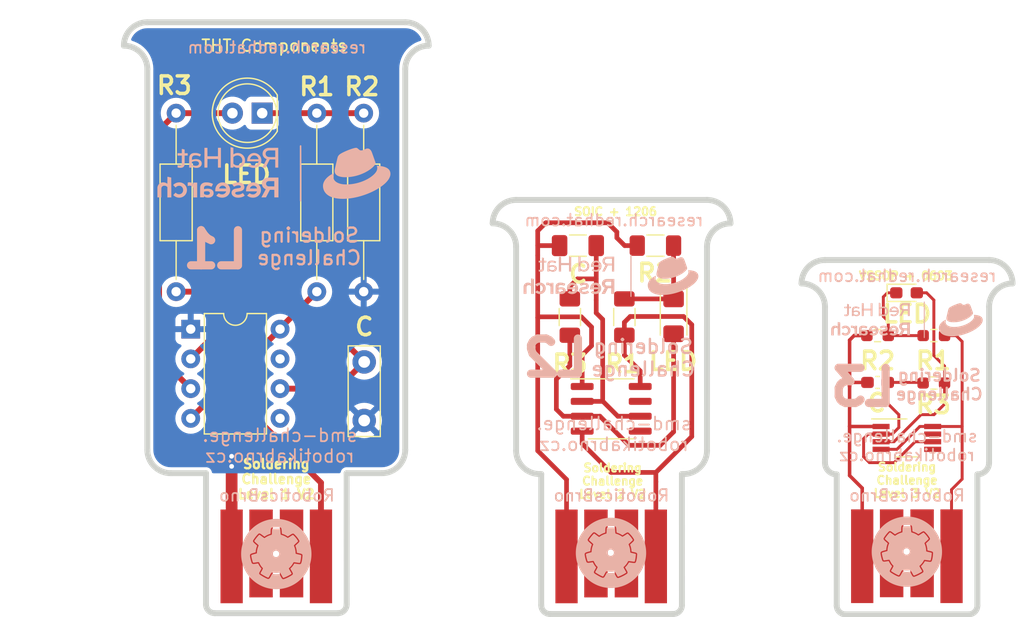
<source format=kicad_pcb>
(kicad_pcb (version 20221018) (generator pcbnew)
  (layers (0 "F.Cu" signal) (31 "B.Cu" signal) (34 "B.Paste" user) (35 "F.Paste" user) (36 "B.SilkS" user "B.Silkscreen") (37 "F.SilkS" user "F.Silkscreen") (38 "B.Mask" user) (39 "F.Mask" user) (44 "Edge.Cuts" user))
  (net 0 "")
  (net 2 "Net-(D1-Pad1)")
  (net 9 "Net-(D2-Pad2)")
  (net 10 "Net-(D2-Pad1)")
  (net 11 "Net-(D3-Pad1)")
  (net 13 "/Level 1 - THT/GND")
  (net 14 "/Level 2 - 1206/GND")
  (net 15 "/Level 1 - THT/VCC")
  (net 16 "/Level 2 - 1206/VCC")
  (net 17 "/Level 3 - 0603/GND")
  (net 18 "/Level 3 - 0603/VCC")
  (net 19 "Net-(C1-Pad1)")
  (net 24 "Net-(D1-Pad2)")
  (footprint "Capacitor_THT:C_Disc_D7.5mm_W2.5mm_P5.00mm" (layer "F.Cu") (at 133.7 90.6 -90)
    (fp_text reference "C1" hide)
    (fp_text value "1u")
    (pad "1" thru_hole circle (at 0 0 270) (size 2 2) (drill 1) (layers "*.Cu" "*.Mask") (net 19 "Net-(C1-Pad1)"))
    (pad "2" thru_hole circle (at 5 0 270) (size 2 2) (drill 1) (layers "*.Cu" "*.Mask") (net 13 "/Level 1 - THT/GND"))
  )
  (footprint "Package_DIP:DIP-8_W7.62mm" (layer "F.Cu") (at 118.9 87.8)
    (fp_text reference "U1" hide)
    (fp_text value "LM555xN")
    (pad "1" thru_hole rect (at 0 0) (size 1.6 1.6) (drill 0.8) (layers "*.Cu" "*.Mask") (net 13 "/Level 1 - THT/GND"))
    (pad "2" thru_hole oval (at 0 2.54) (size 1.6 1.6) (drill 0.8) (layers "*.Cu" "*.Mask") (net 19 "Net-(C1-Pad1)"))
    (pad "3" thru_hole oval (at 0 5.08) (size 1.6 1.6) (drill 0.8) (layers "*.Cu" "*.Mask") (net 24 "Net-(D1-Pad2)"))
    (pad "4" thru_hole oval (at 0 7.62) (size 1.6 1.6) (drill 0.8) (layers "*.Cu" "*.Mask") (net 15 "/Level 1 - THT/VCC"))
    (pad "5" thru_hole oval (at 7.62 7.62) (size 1.6 1.6) (drill 0.8) (layers "*.Cu" "*.Mask"))
    (pad "6" thru_hole oval (at 7.62 5.08) (size 1.6 1.6) (drill 0.8) (layers "*.Cu" "*.Mask") (net 19 "Net-(C1-Pad1)"))
    (pad "7" thru_hole oval (at 7.62 2.54) (size 1.6 1.6) (drill 0.8) (layers "*.Cu" "*.Mask"))
    (pad "8" thru_hole oval (at 7.62 0) (size 1.6 1.6) (drill 0.8) (layers "*.Cu" "*.Mask") (net 15 "/Level 1 - THT/VCC"))
  )
  (footprint "Resistor_THT:R_Axial_DIN0207_L6.3mm_D2.5mm_P15.24mm_Horizontal" (layer "F.Cu") (at 129.655 84.6 90)
    (fp_text reference "R1" hide)
    (fp_text value "470")
    (pad "1" thru_hole circle (at 0 0 90) (size 1.6 1.6) (drill 0.8) (layers "*.Cu" "*.Mask") (net 15 "/Level 1 - THT/VCC"))
    (pad "2" thru_hole oval (at 15.24 0 90) (size 1.6 1.6) (drill 0.8) (layers "*.Cu" "*.Mask") (net 2 "Net-(D1-Pad1)"))
  )
  (footprint "LED_THT:LED_D5.0mm" (layer "F.Cu") (at 124.995 69.36 180)
    (fp_text reference "D1" hide)
    (fp_text value "LED")
    (pad "1" thru_hole rect (at 0 0 180) (size 1.8 1.8) (drill 0.9) (layers "*.Cu" "*.Mask") (net 2 "Net-(D1-Pad1)"))
    (pad "2" thru_hole circle (at 2.54 0 180) (size 1.8 1.8) (drill 0.9) (layers "*.Cu" "*.Mask") (net 24 "Net-(D1-Pad2)"))
  )
  (footprint "Robotarna_KiCad_Library:usb-PCB" (layer "F.Cu") (at 126.2 112.1)
    (fp_text reference "J2" hide)
    (fp_text value "USB_A" hide)
    (pad "1" connect rect (at 3.81 -4.9) (size 1.9 8) (layers "F.Cu" "F.Mask") (net 15 "/Level 1 - THT/VCC"))
    (pad "2" connect rect (at 1.3 -5.15) (size 2 7.5) (layers "F.Cu" "F.Mask"))
    (pad "3" connect rect (at -1.3 -5.15) (size 2 7.5) (layers "F.Cu" "F.Mask"))
    (pad "4" connect rect (at -3.81 -4.9) (size 1.9 8) (layers "F.Cu" "F.Mask") (net 13 "/Level 1 - THT/GND"))
  )
  (footprint "Resistor_THT:R_Axial_DIN0207_L6.3mm_D2.5mm_P15.24mm_Horizontal" (layer "F.Cu") (at 133.655 69.36 -90)
    (fp_text reference "R3" hide)
    (fp_text value "470")
    (pad "1" thru_hole circle (at 0 0 270) (size 1.6 1.6) (drill 0.8) (layers "*.Cu" "*.Mask") (net 2 "Net-(D1-Pad1)"))
    (pad "2" thru_hole oval (at 15.24 0 270) (size 1.6 1.6) (drill 0.8) (layers "*.Cu" "*.Mask") (net 13 "/Level 1 - THT/GND"))
  )
  (footprint "Resistor_SMD:R_1206_3216Metric_Pad1.30x1.75mm_HandSolder" (layer "F.Cu") (at 158.540495 80.66967)
    (fp_text reference "R3" hide)
    (fp_text value "470R")
    (pad "1" smd roundrect (at -1.55 0) (size 1.3 1.75) (layers "F.Cu" "F.Paste" "F.Mask") (roundrect_rratio 0.192308) (net 14 "/Level 2 - 1206/GND"))
    (pad "2" smd roundrect (at 1.55 0) (size 1.3 1.75) (layers "F.Cu" "F.Paste" "F.Mask") (roundrect_rratio 0.192308) (net 10 "Net-(D2-Pad1)"))
  )
  (footprint "Package_SO:VSSOP-8_3.0x3.0mm_P0.65mm" (layer "F.Cu") (at 179.99 97.087)
    (fp_text reference "U3" hide)
    (fp_text value "LMC555xMM")
    (pad "1" smd rect (at -2.2 -0.975 270) (size 0.45 1.45) (layers "F.Cu" "F.Paste" "F.Mask") (net 17 "/Level 3 - 0603/GND"))
    (pad "2" smd rect (at -2.2 -0.325 270) (size 0.45 1.45) (layers "F.Cu" "F.Paste" "F.Mask"))
    (pad "3" smd rect (at -2.2 0.325 270) (size 0.45 1.45) (layers "F.Cu" "F.Paste" "F.Mask"))
    (pad "4" smd rect (at -2.2 0.975 270) (size 0.45 1.45) (layers "F.Cu" "F.Paste" "F.Mask") (net 18 "/Level 3 - 0603/VCC"))
    (pad "5" smd rect (at 2.2 0.975 270) (size 0.45 1.45) (layers "F.Cu" "F.Paste" "F.Mask"))
    (pad "6" smd rect (at 2.2 0.325 270) (size 0.45 1.45) (layers "F.Cu" "F.Paste" "F.Mask"))
    (pad "7" smd rect (at 2.2 -0.325 270) (size 0.45 1.45) (layers "F.Cu" "F.Paste" "F.Mask"))
    (pad "8" smd rect (at 2.2 -0.975 270) (size 0.45 1.45) (layers "F.Cu" "F.Paste" "F.Mask") (net 18 "/Level 3 - 0603/VCC"))
  )
  (footprint "LED_SMD:LED_1206_3216Metric_Pad1.42x1.75mm_HandSolder" (layer "F.Cu") (at 160.090495 86.70717 -90)
    (fp_text reference "D2" hide)
    (fp_text value "LED" hide)
    (pad "1" smd roundrect (at -1.4875 0 270) (size 1.425 1.75) (layers "F.Cu" "F.Paste" "F.Mask") (roundrect_rratio 0.175439) (net 10 "Net-(D2-Pad1)"))
    (pad "2" smd roundrect (at 1.4875 0 270) (size 1.425 1.75) (layers "F.Cu" "F.Paste" "F.Mask") (roundrect_rratio 0.175439) (net 9 "Net-(D2-Pad2)"))
  )
  (footprint "Resistor_SMD:R_1206_3216Metric_Pad1.30x1.75mm_HandSolder" (layer "F.Cu") (at 155.890495 86.76967 -90)
    (fp_text reference "R5" hide)
    (fp_text value "470R")
    (pad "1" smd roundrect (at -1.55 0 270) (size 1.3 1.75) (layers "F.Cu" "F.Paste" "F.Mask") (roundrect_rratio 0.192308) (net 10 "Net-(D2-Pad1)"))
    (pad "2" smd roundrect (at 1.55 0 270) (size 1.3 1.75) (layers "F.Cu" "F.Paste" "F.Mask") (roundrect_rratio 0.192308) (net 16 "/Level 2 - 1206/VCC"))
  )
  (footprint "Capacitor_SMD:C_1206_3216Metric_Pad1.33x1.80mm_HandSolder" (layer "F.Cu") (at 151.927995 80.66967 180)
    (fp_text reference "C2" hide)
    (fp_text value "1u")
    (pad "1" smd roundrect (at -1.5625 0 180) (size 1.325 1.8) (layers "F.Cu" "F.Paste" "F.Mask") (roundrect_rratio 0.188679))
    (pad "2" smd roundrect (at 1.5625 0 180) (size 1.325 1.8) (layers "F.Cu" "F.Paste" "F.Mask") (roundrect_rratio 0.188679) (net 14 "/Level 2 - 1206/GND"))
  )
  (footprint "Resistor_SMD:R_0603_1608Metric_Pad0.98x0.95mm_HandSolder" (layer "F.Cu") (at 182.2915 88.35 180)
    (fp_text reference "R5" hide)
    (fp_text value "470")
    (pad "1" smd roundrect (at -0.9125 0 180) (size 0.975 0.95) (layers "F.Cu" "F.Paste" "F.Mask") (net 18 "/Level 3 - 0603/VCC"))
    (pad "2" smd roundrect (at 0.9125 0 180) (size 0.975 0.95) (layers "F.Cu" "F.Paste" "F.Mask") (net 11 "Net-(D3-Pad1)"))
  )
  (footprint "Robotarna_KiCad_Library:usb-PCB" (layer "F.Cu") (at 179.99 112.087)
    (fp_text reference "U8" hide)
    (fp_text value "USB_A" hide)
    (pad "1" connect rect (at 3.81 -4.9) (size 1.9 8) (layers "F.Cu" "F.Mask") (net 18 "/Level 3 - 0603/VCC"))
    (pad "2" connect rect (at 1.3 -5.15) (size 2 7.5) (layers "F.Cu" "F.Mask"))
    (pad "3" connect rect (at -1.3 -5.15) (size 2 7.5) (layers "F.Cu" "F.Mask"))
    (pad "4" connect rect (at -3.81 -4.9) (size 1.9 8) (layers "F.Cu" "F.Mask") (net 17 "/Level 3 - 0603/GND"))
  )
  (footprint "Robotarna_KiCad_Library:usb-PCB" (layer "F.Cu") (at 154.767495 112.10177)
    (fp_text reference "U6" hide)
    (fp_text value "USB_A" hide)
    (pad "1" connect rect (at 3.81 -4.9) (size 1.9 8) (layers "F.Cu" "F.Mask") (net 16 "/Level 2 - 1206/VCC"))
    (pad "2" connect rect (at 1.3 -5.15) (size 2 7.5) (layers "F.Cu" "F.Mask"))
    (pad "3" connect rect (at -1.3 -5.15) (size 2 7.5) (layers "F.Cu" "F.Mask"))
    (pad "4" connect rect (at -3.81 -4.9) (size 1.9 8) (layers "F.Cu" "F.Mask") (net 14 "/Level 2 - 1206/GND"))
  )
  (footprint "Resistor_SMD:R_1206_3216Metric_Pad1.30x1.75mm_HandSolder" (layer "F.Cu") (at 151.240495 86.76967 -90)
    (fp_text reference "R4" hide)
    (fp_text value "1M")
    (pad "1" smd roundrect (at -1.55 0 270) (size 1.3 1.75) (layers "F.Cu" "F.Paste" "F.Mask") (roundrect_rratio 0.192308))
    (pad "2" smd roundrect (at 1.55 0 270) (size 1.3 1.75) (layers "F.Cu" "F.Paste" "F.Mask") (roundrect_rratio 0.192308) (net 9 "Net-(D2-Pad2)"))
  )
  (footprint "Resistor_SMD:R_0603_1608Metric_Pad0.98x0.95mm_HandSolder" (layer "F.Cu") (at 182.2915 92.4 180)
    (fp_text reference "R2" hide)
    (fp_text value "1M")
    (pad "1" smd roundrect (at -0.9125 0 180) (size 0.975 0.95) (layers "F.Cu" "F.Paste" "F.Mask"))
    (pad "2" smd roundrect (at 0.9125 0 180) (size 0.975 0.95) (layers "F.Cu" "F.Paste" "F.Mask"))
  )
  (footprint "Resistor_THT:R_Axial_DIN0207_L6.3mm_D2.5mm_P15.24mm_Horizontal" (layer "F.Cu") (at 117.655 84.6 90)
    (fp_text reference "R2" hide)
    (fp_text value "1M")
    (pad "1" thru_hole circle (at 0 0 90) (size 1.6 1.6) (drill 0.8) (layers "*.Cu" "*.Mask") (net 19 "Net-(C1-Pad1)"))
    (pad "2" thru_hole oval (at 15.24 0 90) (size 1.6 1.6) (drill 0.8) (layers "*.Cu" "*.Mask") (net 24 "Net-(D1-Pad2)"))
  )
  (footprint "Resistor_SMD:R_0603_1608Metric_Pad0.98x0.95mm_HandSolder" (layer "F.Cu") (at 177.4915 88.35 180)
    (fp_text reference "R6" hide)
    (fp_text value "470")
    (pad "1" smd roundrect (at -0.9125 0 180) (size 0.975 0.95) (layers "F.Cu" "F.Paste" "F.Mask") (net 11 "Net-(D3-Pad1)"))
    (pad "2" smd roundrect (at 0.9125 0 180) (size 0.975 0.95) (layers "F.Cu" "F.Paste" "F.Mask") (net 17 "/Level 3 - 0603/GND"))
  )
  (footprint "LED_SMD:LED_0603_1608Metric_Pad1.05x0.95mm_HandSolder" (layer "F.Cu") (at 179.96275 84.7)
    (fp_text reference "D3" hide)
    (fp_text value "LED" hide)
    (pad "1" smd roundrect (at -0.875 0) (size 1.05 0.95) (layers "F.Cu" "F.Paste" "F.Mask") (net 11 "Net-(D3-Pad1)"))
    (pad "2" smd roundrect (at 0.875 0) (size 1.05 0.95) (layers "F.Cu" "F.Paste" "F.Mask"))
  )
  (footprint "Package_SO:SOIC-8_3.9x4.9mm_P1.27mm" (layer "F.Cu") (at 154.767495 94.60177)
    (fp_text reference "U2" hide)
    (fp_text value "LMC555xM")
    (pad "1" smd roundrect (at -2.475 -1.905) (size 1.95 0.6) (layers "F.Cu" "F.Paste" "F.Mask") (net 14 "/Level 2 - 1206/GND"))
    (pad "2" smd roundrect (at -2.475 -0.635) (size 1.95 0.6) (layers "F.Cu" "F.Paste" "F.Mask"))
    (pad "3" smd roundrect (at -2.475 0.635) (size 1.95 0.6) (layers "F.Cu" "F.Paste" "F.Mask") (net 9 "Net-(D2-Pad2)"))
    (pad "4" smd roundrect (at -2.475 1.905) (size 1.95 0.6) (layers "F.Cu" "F.Paste" "F.Mask") (net 16 "/Level 2 - 1206/VCC"))
    (pad "5" smd roundrect (at 2.475 1.905) (size 1.95 0.6) (layers "F.Cu" "F.Paste" "F.Mask"))
    (pad "6" smd roundrect (at 2.475 0.635) (size 1.95 0.6) (layers "F.Cu" "F.Paste" "F.Mask"))
    (pad "7" smd roundrect (at 2.475 -0.635) (size 1.95 0.6) (layers "F.Cu" "F.Paste" "F.Mask"))
    (pad "8" smd roundrect (at 2.475 -1.905) (size 1.95 0.6) (layers "F.Cu" "F.Paste" "F.Mask") (net 16 "/Level 2 - 1206/VCC"))
  )
  (footprint "Capacitor_SMD:C_0603_1608Metric_Pad1.08x0.95mm_HandSolder" (layer "F.Cu") (at 177.4915 92.35 180)
    (fp_text reference "C1" hide)
    (fp_text value "1uF")
    (pad "1" smd roundrect (at -0.8625 0 180) (size 1.075 0.95) (layers "F.Cu" "F.Paste" "F.Mask"))
    (pad "2" smd roundrect (at 0.8625 0 180) (size 1.075 0.95) (layers "F.Cu" "F.Paste" "F.Mask") (net 17 "/Level 3 - 0603/GND"))
  )
  (footprint "Robotarna_KiCad_Library:RobotarnaLogo-6mm" (layer "B.Cu") (at 126.2 107 180)
    (fp_text reference "Kolecko1" hide)
    (fp_text value "robotarnaLogo" hide)
  )
  (footprint "LOGO" (layer "B.Cu") (at 180 87 180)
    (fp_text reference "G***" hide)
    (fp_text value "LOGO" hide)
  )
  (footprint "Robotarna_KiCad_Library:RobotarnaLogo-6mm" (layer "B.Cu") (at 179.99 106.8 180)
    (fp_text reference "Kolecko1" hide)
    (fp_text value "robotarnaLogo" hide)
  )
  (footprint "LOGO" (layer "B.Cu") (at 126 74.5 180)
    (fp_text reference "G***" hide)
    (fp_text value "LOGO" hide)
  )
  (footprint "LOGO" (layer "B.Cu") (at 154.75 83.25 180)
    (fp_text reference "G***" hide)
    (fp_text value "LOGO" hide)
  )
  (footprint "Robotarna_KiCad_Library:RobotarnaLogo-6mm" (layer "B.Cu") (at 154.75 106.9 180)
    (fp_text reference "Kolecko1" hide)
    (fp_text value "robotarnaLogo" hide)
  )
  (gr_arc (start 137.2 65.6) (mid 137.785786 64.185786) (end 139.2 63.6) (stroke (width 0.5)) (layer "Edge.Cuts"))
  (gr_arc (start 117.2 100.1) (mid 115.785786 99.514214) (end 115.2 98.1) (stroke (width 0.5)) (layer "Edge.Cuts"))
  (gr_arc (start 137.2 61.6) (mid 138.614214 62.185786) (end 139.2 63.6) (stroke (width 0.5)) (layer "Edge.Cuts"))
  (gr_arc (start 113.2 63.6) (mid 113.785786 62.185786) (end 115.2 61.6) (stroke (width 0.5)) (layer "Edge.Cuts"))
  (gr_arc (start 137.2 98.1) (mid 136.614214 99.514214) (end 135.2 100.1) (stroke (width 0.5)) (layer "Edge.Cuts"))
  (gr_line (start 137.2 98.1) (end 137.2 65.6) (stroke (width 0.5)) (layer "Edge.Cuts"))
  (gr_arc (start 113.2 63.6) (mid 114.614214 64.185786) (end 115.2 65.6) (stroke (width 0.5)) (layer "Edge.Cuts"))
  (gr_line (start 115.2 61.6) (end 137.2 61.6) (stroke (width 0.5)) (layer "Edge.Cuts"))
  (gr_line (start 115.2 98.1) (end 115.2 65.6) (stroke (width 0.5)) (layer "Edge.Cuts"))
  (gr_line (start 132.2 100.1) (end 135.2 100.1) (stroke (width 0.5)) (layer "Edge.Cuts"))
  (gr_arc (start 148.658995 100.16967) (mid 147.244781 99.583884) (end 146.658995 98.16967) (stroke (width 0.5)) (layer "Edge.Cuts"))
  (gr_arc (start 187.004 99.2) (mid 186.711107 99.907107) (end 186.004 100.2) (stroke (width 0.5)) (layer "Edge.Cuts"))
  (gr_line (start 117.2 100.1) (end 120.2 100.1) (stroke (width 0.5)) (layer "Edge.Cuts"))
  (gr_arc (start 187.004 81.9) (mid 188.418214 82.485786) (end 189.004 83.9) (stroke (width 0.5)) (layer "Edge.Cuts"))
  (gr_arc (start 171.004 83.9) (mid 172.418214 84.485786) (end 173.004 85.9) (stroke (width 0.5)) (layer "Edge.Cuts"))
  (gr_line (start 146.658995 76.76967) (end 162.941995 76.76967) (stroke (width 0.5)) (layer "Edge.Cuts"))
  (gr_line (start 162.941995 80.76967) (end 162.938995 98.16967) (stroke (width 0.5)) (layer "Edge.Cuts"))
  (gr_line (start 174.754 112.15) (end 185.254 112.15) (stroke (width 0.5)) (layer "Edge.Cuts"))
  (gr_arc (start 187.004 85.9) (mid 187.589786 84.485786) (end 189.004 83.9) (stroke (width 0.5)) (layer "Edge.Cuts"))
  (gr_line (start 146.658995 80.76967) (end 146.658995 98.16967) (stroke (width 0.5)) (layer "Edge.Cuts"))
  (gr_line (start 173.004 81.9) (end 187.004 81.9) (stroke (width 0.5)) (layer "Edge.Cuts"))
  (gr_arc (start 174.754 112.15) (mid 174.22367 111.93033) (end 174.004 111.4) (stroke (width 0.5)) (layer "Edge.Cuts"))
  (gr_line (start 173.004 85.9) (end 173.004 99.2) (stroke (width 0.5)) (layer "Edge.Cuts"))
  (gr_arc (start 162.938995 98.16967) (mid 162.353209 99.583884) (end 160.938995 100.16967) (stroke (width 0.5)) (layer "Edge.Cuts"))
  (gr_arc (start 132.203 111.3) (mid 131.98333 111.83033) (end 131.453 112.05) (stroke (width 0.5)) (layer "Edge.Cuts"))
  (gr_arc (start 160.800495 111.36967) (mid 160.580825 111.9) (end 160.050495 112.11967) (stroke (width 0.5)) (layer "Edge.Cuts"))
  (gr_arc (start 120.953 112.05) (mid 120.42267 111.83033) (end 120.203 111.3) (stroke (width 0.5)) (layer "Edge.Cuts"))
  (gr_arc (start 144.658995 78.76967) (mid 146.073209 79.355456) (end 146.658995 80.76967) (stroke (width 0.5)) (layer "Edge.Cuts"))
  (gr_line (start 120.203 100.1) (end 120.203 111.3) (stroke (width 0.5)) (layer "Edge.Cuts"))
  (gr_line (start 148.800495 100.16967) (end 148.800495 111.36967) (stroke (width 0.5)) (layer "Edge.Cuts"))
  (gr_line (start 174.004 100.2) (end 174.004 111.4) (stroke (width 0.5)) (layer "Edge.Cuts"))
  (gr_line (start 132.203 111.3) (end 132.2 100.1) (stroke (width 0.5)) (layer "Edge.Cuts"))
  (gr_line (start 186.004 111.4) (end 186.004 100.2) (stroke (width 0.5)) (layer "Edge.Cuts"))
  (gr_arc (start 174.004 100.2) (mid 173.296893 99.907107) (end 173.004 99.2) (stroke (width 0.5)) (layer "Edge.Cuts"))
  (gr_arc (start 171.004 83.9) (mid 171.589786 82.485786) (end 173.004 81.9) (stroke (width 0.5)) (layer "Edge.Cuts"))
  (gr_line (start 149.550495 112.11967) (end 160.050495 112.11967) (stroke (width 0.5)) (layer "Edge.Cuts"))
  (gr_line (start 160.800495 111.36967) (end 160.797495 100.16967) (stroke (width 0.5)) (layer "Edge.Cuts"))
  (gr_line (start 187.004 85.9) (end 187.004 99.2) (stroke (width 0.5)) (layer "Edge.Cuts"))
  (gr_arc (start 144.658995 78.76967) (mid 145.244781 77.355456) (end 146.658995 76.76967) (stroke (width 0.5)) (layer "Edge.Cuts"))
  (gr_line (start 160.938995 100.16967) (end 160.797495 100.16967) (stroke (width 0.5)) (layer "Edge.Cuts"))
  (gr_arc (start 162.941995 80.76967) (mid 163.527781 79.355456) (end 164.941995 78.76967) (stroke (width 0.5)) (layer "Edge.Cuts"))
  (gr_arc (start 149.550495 112.11967) (mid 149.020165 111.9) (end 148.800495 111.36967) (stroke (width 0.5)) (layer "Edge.Cuts"))
  (gr_arc (start 162.941995 76.76967) (mid 164.356209 77.355456) (end 164.941995 78.76967) (stroke (width 0.5)) (layer "Edge.Cuts"))
  (gr_line (start 120.953 112.05) (end 131.453 112.05) (stroke (width 0.5)) (layer "Edge.Cuts"))
  (gr_line (start 148.658995 100.16967) (end 148.800495 100.16967) (stroke (width 0.5)) (layer "Edge.Cuts"))
  (gr_arc (start 186.004 111.4) (mid 185.78433 111.93033) (end 185.254 112.15) (stroke (width 0.5)) (layer "Edge.Cuts"))
  (gr_text "L1" (at 121 81) (layer "B.SilkS") (effects (font (size 3 3) (thickness 0.7)) (justify mirror)))
  (gr_text "RoboticsBrno" (at 126.25 102) (layer "B.SilkS") (effects (font (size 1 1)) (justify mirror)))
  (gr_text "L3" (at 176.25 92.75) (layer "B.SilkS") (effects (font (size 3 3) (thickness 0.7)) (justify mirror)))
  (gr_text "RoboticsBrno" (at 154.790495 102) (layer "B.SilkS") (effects (font (size 1 1)) (justify mirror)))
  (gr_text "research.redhat.com" (at 155 78.5) (layer "B.SilkS") (effects (font (size 1 1)) (justify mirror)))
  (gr_text "RoboticsBrno" (at 180.004 102) (layer "B.SilkS") (effects (font (size 1 1)) (justify mirror)))
  (gr_text "smd-challenge.\nrobotikabrno.cz" (at 180 97.75) (layer "B.SilkS") (effects (font (size 1 1)) (justify mirror)))
  (gr_text "Soldering\nChallenge\n" (at 157.5 90.25) (layer "B.SilkS") (effects (font (size 1.2 1.2) (thickness 0.2)) (justify mirror)))
  (gr_text "research.redhat.com" (at 126.25 63.75) (layer "B.SilkS") (effects (font (size 1 1)) (justify mirror)))
  (gr_text "smd-challenge.\nrobotikabrno.cz" (at 126.5 97.75) (layer "B.SilkS") (effects (font (size 1.1 1.1)) (justify mirror)))
  (gr_text "smd-challenge.\nrobotikabrno.cz" (at 155 96.75) (layer "B.SilkS") (effects (font (size 1.1 1.1)) (justify mirror)))
  (gr_text "L2" (at 150 90.25) (layer "B.SilkS") (effects (font (size 3 3) (thickness 0.7)) (justify mirror)))
  (gr_text "Soldering\nChallenge\n" (at 129 80.75) (layer "B.SilkS") (effects (font (size 1.2 1.2) (thickness 0.2)) (justify mirror)))
  (gr_text "research.redhat.com" (at 180 83.25) (layer "B.SilkS") (effects (font (size 1 1)) (justify mirror)))
  (gr_text "Soldering\nChallenge\n" (at 182.75 92.55) (layer "B.SilkS") (effects (font (size 1 1) (thickness 0.2)) (justify mirror)))
  (gr_text "Soldering\nChallenge\nLevel 1 V2" (at 126.2 100.6) (layer "F.SilkS") (effects (font (size 0.8 0.8) (thickness 0.2))))
  (gr_text "LED" (at 123.655 74.6) (layer "F.SilkS") (effects (font (size 1.5 1.5) (thickness 0.3))))
  (gr_text "C" (at 151.95 83.1) (layer "F.SilkS") (effects (font (size 1.5 1.5) (thickness 0.3))))
  (gr_text "R2" (at 158.5 83) (layer "F.SilkS") (effects (font (size 1.5 1.5) (thickness 0.3))))
  (gr_text "THT Components" (at 126.021 63.6) (layer "F.SilkS") (effects (font (size 1 1))))
  (gr_text "R1" (at 129.655 67.1) (layer "F.SilkS") (effects (font (size 1.5 1.5) (thickness 0.3))))
  (gr_text "LED" (at 180.004 86.5) (layer "F.SilkS") (effects (font (size 1.5 1.5) (thickness 0.3))))
  (gr_text "R3" (at 151.25 90.75) (layer "F.SilkS") (effects (font (size 1.5 1.5) (thickness 0.3))))
  (gr_text "R1" (at 155.75 90.75) (layer "F.SilkS") (effects (font (size 1.5 1.5) (thickness 0.3))))
  (gr_text "SOIC + 1206" (at 155.140495 77.76967) (layer "F.SilkS") (effects (font (size 0.7 0.7) (thickness 0.175))))
  (gr_text "C" (at 177.404 94.1) (layer "F.SilkS") (effects (font (size 1.5 1.5) (thickness 0.3))))
  (gr_text "Soldering\nChallenge\nLevel 2 V2" (at 154.890495 100.76967) (layer "F.SilkS") (effects (font (size 0.7 0.7) (thickness 0.175))))
  (gr_text "R3" (at 182.25 94.25) (layer "F.SilkS") (effects (font (size 1.5 1.5) (thickness 0.3))))
  (gr_text "R3" (at 117.5 67) (layer "F.SilkS") (effects (font (size 1.5 1.5) (thickness 0.3))))
  (gr_text "VSSOP + 0603" (at 179.904 83.25) (layer "F.SilkS") (effects (font (size 0.7 0.7) (thickness 0.175))))
  (gr_text "R2" (at 177.5 90.5) (layer "F.SilkS") (effects (font (size 1.5 1.5) (thickness 0.3))))
  (gr_text "LED" (at 160.05 90.55) (layer "F.SilkS") (effects (font (size 1.5 1.5) (thickness 0.3))))
  (gr_text "R1" (at 182.25 90.5) (layer "F.SilkS") (effects (font (size 1.5 1.5) (thickness 0.3))))
  (gr_text "Soldering\nChallenge\nLevel 3 V2" (at 180.004 100.7) (layer "F.SilkS") (effects (font (size 0.7 0.7) (thickness 0.175))))
  (gr_text "C" (at 133.7 87.6) (layer "F.SilkS") (effects (font (size 1.5 1.5) (thickness 0.3))))
  (gr_text "R2" (at 133.5 67.1) (layer "F.SilkS") (effects (font (size 1.5 1.5) (thickness 0.3))))
  (segment (start 178.3665 94.1625) (end 178.3665 92.925) (width 0.25) (layer "F.Cu") (net 0))
  (segment (start 176.3 97.15) (end 176.3 98.7) (width 0.25) (layer "F.Cu") (net 0))
  (segment (start 182.304 95.1) (end 181.2 95.1) (width 0.25) (layer "F.Cu") (net 0))
  (segment (start 178.888 97.412) (end 177.79 97.412) (width 0.25) (layer "F.Cu") (net 0))
  (segment (start 182.2915 85.32125) (end 182.2915 90.05) (width 0.25) (layer "F.Cu") (net 0))
  (segment (start 153.490495 85.31967) (end 153.490495 86.41967) (width 0.4) (layer "F.Cu") (net 0))
  (segment (start 176.688 96.762) (end 176.3 97.15) (width 0.25) (layer "F.Cu") (net 0))
  (segment (start 183.2165 92.4125) (end 183.204 92.4) (width 0.25) (layer "F.Cu") (net 0))
  (segment (start 180.692 97.412) (end 182.19 97.412) (width 0.25) (layer "F.Cu") (net 0))
  (segment (start 183.204 94.2) (end 182.304 95.1) (width 0.25) (layer "F.Cu") (net 0))
  (segment (start 178.742 96.762) (end 179.304 96.2) (width 0.25) (layer "F.Cu") (net 0))
  (segment (start 182.2915 90.05) (end 183.204 90.9625) (width 0.25) (layer "F.Cu") (net 0))
  (segment (start 153.490495 86.41967) (end 154.040495 86.96967) (width 0.4) (layer "F.Cu") (net 0))
  (segment (start 178.354 92.35) (end 181.329 92.35) (width 0.25) (layer "F.Cu") (net 0))
  (segment (start 181.2 95.1) (end 178.888 97.412) (width 0.25) (layer "F.Cu") (net 0))
  (segment (start 179.304 95.1) (end 178.3665 94.1625) (width 0.25) (layer "F.Cu") (net 0))
  (segment (start 152.292495 93.96677) (end 154.062595 93.96677) (width 0.4) (layer "F.Cu") (net 0))
  (segment (start 154.062595 93.96677) (end 155.332595 95.23677) (width 0.4) (layer "F.Cu") (net 0))
  (segment (start 154.040495 86.96967) (end 154.040495 93.96967) (width 0.4) (layer "F.Cu") (net 0))
  (segment (start 183.204 90.9625) (end 183.204 92.4) (width 0.25) (layer "F.Cu") (net 0))
  (segment (start 178.904 99.2) (end 180.692 97.412) (width 0.25) (layer "F.Cu") (net 0))
  (segment (start 151.240495 84.159505) (end 151.890495 83.509505) (width 0.4) (layer "F.Cu") (net 0))
  (segment (start 176.8 99.2) (end 178.904 99.2) (width 0.25) (layer "F.Cu") (net 0))
  (segment (start 181.67025 84.7) (end 182.2915 85.32125) (width 0.25) (layer "F.Cu") (net 0))
  (segment (start 153.490495 80.66967) (end 153.490495 83.509505) (width 0.4) (layer "F.Cu") (net 0))
  (segment (start 151.890495 83.509505) (end 153.490495 83.509505) (width 0.4) (layer "F.Cu") (net 0))
  (segment (start 181.329 92.35) (end 181.379 92.4) (width 0.25) (layer "F.Cu") (net 0))
  (segment (start 151.240495 85.21967) (end 151.240495 84.159505) (width 0.4) (layer "F.Cu") (net 0))
  (segment (start 177.79 96.762) (end 176.688 96.762) (width 0.25) (layer "F.Cu") (net 0))
  (segment (start 153.490495 83.509505) (end 153.490495 85.31967) (width 0.4) (layer "F.Cu") (net 0))
  (segment (start 178.3665 93.125) (end 178.354 93.1125) (width 0.25) (layer "F.Cu") (net 0))
  (segment (start 179.304 96.2) (end 179.304 95.1) (width 0.25) (layer "F.Cu") (net 0))
  (segment (start 178.354 93.1125) (end 178.354 92.35) (width 0.25) (layer "F.Cu") (net 0))
  (segment (start 180.83775 84.7) (end 181.67025 84.7) (width 0.25) (layer "F.Cu") (net 0))
  (segment (start 183.204 92.4) (end 183.204 94.2) (width 0.25) (layer "F.Cu") (net 0))
  (segment (start 155.332595 95.23677) (end 157.242495 95.23677) (width 0.4) (layer "F.Cu") (net 0))
  (segment (start 176.3 98.7) (end 176.8 99.2) (width 0.25) (layer "F.Cu") (net 0))
  (segment (start 177.79 96.762) (end 178.742 96.762) (width 0.25) (layer "F.Cu") (net 0))
  (segment (start 129.655 69.36) (end 124.995 69.36) (width 0.5) (layer "F.Cu") (net 2))
  (segment (start 133.655 69.36) (end 129.655 69.36) (width 0.5) (layer "F.Cu") (net 2))
  (segment (start 156.290495 97.71967) (end 153.807595 95.23677) (width 0.4) (layer "F.Cu") (net 9))
  (segment (start 151.240495 90.91967) (end 150.090495 92.06967) (width 0.4) (layer "F.Cu") (net 9))
  (segment (start 150.68677 95.23677) (end 152.292495 95.23677) (width 0.4) (layer "F.Cu") (net 9))
  (segment (start 150.090495 94.640495) (end 150.68677 95.23677) (width 0.4) (layer "F.Cu") (net 9))
  (segment (start 153.807595 95.23677) (end 152.292495 95.23677) (width 0.4) (layer "F.Cu") (net 9))
  (segment (start 158.940495 97.71967) (end 156.290495 97.71967) (width 0.4) (layer "F.Cu") (net 9))
  (segment (start 160.090495 96.56967) (end 158.940495 97.71967) (width 0.4) (layer "F.Cu") (net 9))
  (segment (start 150.090495 92.06967) (end 150.090495 94.640495) (width 0.4) (layer "F.Cu") (net 9))
  (segment (start 151.240495 88.31967) (end 151.240495 90.91967) (width 0.4) (layer "F.Cu") (net 9))
  (segment (start 160.090495 88.19467) (end 160.090495 96.56967) (width 0.4) (layer "F.Cu") (net 9))
  (segment (start 160.090495 85.21967) (end 160.090495 80.66967) (width 0.4) (layer "F.Cu") (net 10))
  (segment (start 155.890495 85.21967) (end 159.640495 85.21967) (width 0.4) (layer "F.Cu") (net 10))
  (segment (start 178.404 87.13375) (end 177.98275 86.7125) (width 0.25) (layer "F.Cu") (net 11))
  (segment (start 178.33275 84.7) (end 179.08775 84.7) (width 0.25) (layer "F.Cu") (net 11))
  (segment (start 178.404 88.35) (end 181.379 88.35) (width 0.25) (layer "F.Cu") (net 11))
  (segment (start 177.98275 86.7125) (end 177.98275 85.05) (width 0.25) (layer "F.Cu") (net 11))
  (segment (start 177.98275 85.05) (end 178.33275 84.7) (width 0.25) (layer "F.Cu") (net 11))
  (segment (start 178.404 88.35) (end 178.404 87.13375) (width 0.25) (layer "F.Cu") (net 11))
  (segment (start 122.39 98.6532) (end 122.39 99.5144) (width 1) (layer "F.Cu") (net 13))
  (segment (start 122.3888 98.652) (end 122.39 98.6532) (width 1) (layer "F.Cu") (net 13))
  (segment (start 122.39 99.5144) (end 122.39 107.2) (width 1) (layer "F.Cu") (net 13))
  (via (at 122.3888 98.652) (size 0.8) (drill 0.4) (layers "F.Cu" "B.Cu") (net 13))
  (via (at 122.39 99.5144) (size 0.8) (drill 0.4) (layers "F.Cu" "B.Cu") (net 13))
  (segment (start 148.56967 86.75) (end 152.220825 86.75) (width 0.4) (layer "F.Cu") (net 14))
  (segment (start 152.220825 86.75) (end 153.090495 87.61967) (width 0.4) (layer "F.Cu") (net 14))
  (segment (start 149.190494 78.71967) (end 154.46967 78.71967) (width 0.4) (layer "F.Cu") (net 14))
  (segment (start 148.5 81.5) (end 148.5 80.65) (width 0.4) (layer "F.Cu") (net 14))
  (segment (start 155.25 80) (end 155.91967 80.66967) (width 0.4) (layer "F.Cu") (net 14))
  (segment (start 150.957495 100.63667) (end 148.5 98.179175) (width 0.4) (layer "F.Cu") (net 14))
  (segment (start 150.365495 80.66967) (end 148.51967 80.66967) (width 0.4) (layer "F.Cu") (net 14))
  (segment (start 155.25 79.5) (end 155.25 80) (width 0.4) (layer "F.Cu") (net 14))
  (segment (start 155.91967 80.66967) (end 156.990495 80.66967) (width 0.4) (layer "F.Cu") (net 14))
  (segment (start 148.5 86.81967) (end 148.5 81.5) (width 0.4) (layer "F.Cu") (net 14))
  (segment (start 148.51967 80.66967) (end 148.5 80.65) (width 0.25) (layer "F.Cu") (net 14))
  (segment (start 148.5 86.81967) (end 148.56967 86.75) (width 0.4) (layer "F.Cu") (net 14))
  (segment (start 154.46967 78.71967) (end 155.25 79.5) (width 0.4) (layer "F.Cu") (net 14))
  (segment (start 150.957495 107.20177) (end 150.957495 100.63667) (width 0.4) (layer "F.Cu") (net 14))
  (segment (start 148.5 80.65) (end 148.5 79.410164) (width 0.4) (layer "F.Cu") (net 14))
  (segment (start 152.292495 90.01767) (end 152.292495 92.69677) (width 0.4) (layer "F.Cu") (net 14))
  (segment (start 153.090495 89.21967) (end 152.292495 90.01767) (width 0.4) (layer "F.Cu") (net 14))
  (segment (start 153.090495 87.61967) (end 153.090495 89.21967) (width 0.4) (layer "F.Cu") (net 14))
  (segment (start 148.5 79.410164) (end 149.190494 78.71967) (width 0.4) (layer "F.Cu") (net 14))
  (segment (start 148.5 98.179175) (end 148.5 86.81967) (width 0.4) (layer "F.Cu") (net 14))
  (segment (start 130.01 100.91) (end 121.71 92.61) (width 0.5) (layer "F.Cu") (net 15))
  (segment (start 118.9 95.42) (end 121.71 92.61) (width 0.5) (layer "F.Cu") (net 15))
  (segment (start 126.52 87.735) (end 129.655 84.6) (width 0.5) (layer "F.Cu") (net 15))
  (segment (start 126.52 87.8) (end 126.52 87.735) (width 0.5) (layer "F.Cu") (net 15))
  (segment (start 130.01 107.2) (end 130.01 100.91) (width 0.5) (layer "F.Cu") (net 15))
  (segment (start 121.71 92.61) (end 126.52 87.8) (width 0.5) (layer "F.Cu") (net 15))
  (segment (start 158.577495 100.03267) (end 158.577495 100.83267) (width 0.4) (layer "F.Cu") (net 16))
  (segment (start 155.890495 90.01967) (end 157.242495 91.37167) (width 0.4) (layer "F.Cu") (net 16))
  (segment (start 154.753495 100.03267) (end 158.577495 100.03267) (width 0.4) (layer "F.Cu") (net 16))
  (segment (start 152.292495 97.57167) (end 154.753495 100.03267) (width 0.4) (layer "F.Cu") (net 16))
  (segment (start 160.940495 86.71967) (end 161.640495 87.41967) (width 0.4) (layer "F.Cu") (net 16))
  (segment (start 155.890495 88.31967) (end 155.890495 90.01967) (width 0.4) (layer "F.Cu") (net 16))
  (segment (start 155.890495 87.21967) (end 156.390495 86.71967) (width 0.4) (layer "F.Cu") (net 16))
  (segment (start 161.640495 87.41967) (end 161.640495 96.96967) (width 0.4) (layer "F.Cu") (net 16))
  (segment (start 156.390495 86.71967) (end 160.940495 86.71967) (width 0.4) (layer "F.Cu") (net 16))
  (segment (start 161.640495 96.96967) (end 158.577495 100.03267) (width 0.4) (layer "F.Cu") (net 16))
  (segment (start 157.242495 91.37167) (end 157.242495 92.69677) (width 0.4) (layer "F.Cu") (net 16))
  (segment (start 152.292495 96.50677) (end 152.292495 97.57167) (width 0.4) (layer "F.Cu") (net 16))
  (segment (start 155.890495 88.31967) (end 155.890495 87.21967) (width 0.4) (layer "F.Cu") (net 16))
  (segment (start 158.577495 107.20177) (end 158.577495 100.83267) (width 0.4) (layer "F.Cu") (net 16))
  (segment (start 175.104 88.7375) (end 175.104 92.7) (width 0.3) (layer "F.Cu") (net 17))
  (segment (start 175.104 100.3) (end 175.104 96.1) (width 0.3) (layer "F.Cu") (net 17))
  (segment (start 175.104 88.7375) (end 175.4915 88.35) (width 0.3) (layer "F.Cu") (net 17))
  (segment (start 175.4915 88.35) (end 176.579 88.35) (width 0.3) (layer "F.Cu") (net 17))
  (segment (start 176.18 101.376) (end 175.104 100.3) (width 0.3) (layer "F.Cu") (net 17))
  (segment (start 175.0915 92.35) (end 176.629 92.35) (width 0.3) (layer "F.Cu") (net 17))
  (segment (start 176.18 107.187) (end 176.18 101.376) (width 0.3) (layer "F.Cu") (net 17))
  (segment (start 175.104 96.1) (end 175.104 92.5) (width 0.3) (layer "F.Cu") (net 17))
  (segment (start 175.104 92.7) (end 175.104 92.3625) (width 0.3) (layer "F.Cu") (net 17))
  (segment (start 175.116 96.112) (end 177.79 96.112) (width 0.3) (layer "F.Cu") (net 17))
  (segment (start 175.104 92.3625) (end 175.0915 92.35) (width 0.3) (layer "F.Cu") (net 17))
  (segment (start 175.104 96.1) (end 175.116 96.112) (width 0.3) (layer "F.Cu") (net 17))
  (segment (start 184.704 96.1) (end 184.704 100.6) (width 0.25) (layer "F.Cu") (net 18))
  (segment (start 181.092 96.112) (end 182.19 96.112) (width 0.25) (layer "F.Cu") (net 18))
  (segment (start 184.1915 88.35) (end 184.704 88.8625) (width 0.25) (layer "F.Cu") (net 18))
  (segment (start 183.204 88.35) (end 184.1915 88.35) (width 0.25) (layer "F.Cu") (net 18))
  (segment (start 179.142 98.062) (end 181.092 96.112) (width 0.25) (layer "F.Cu") (net 18))
  (segment (start 184.692 96.112) (end 182.19 96.112) (width 0.25) (layer "F.Cu") (net 18))
  (segment (start 184.704 100.6) (end 183.8 101.504) (width 0.25) (layer "F.Cu") (net 18))
  (segment (start 184.704 88.8625) (end 184.704 96.1) (width 0.25) (layer "F.Cu") (net 18))
  (segment (start 183.8 101.504) (end 183.8 107.187) (width 0.25) (layer "F.Cu") (net 18))
  (segment (start 184.704 96.1) (end 184.692 96.112) (width 0.25) (layer "F.Cu") (net 18))
  (segment (start 177.79 98.062) (end 179.142 98.062) (width 0.25) (layer "F.Cu") (net 18))
  (segment (start 120.7 84.6) (end 122.67 86.57) (width 0.5) (layer "F.Cu") (net 19))
  (segment (start 122.67 86.57) (end 118.9 90.34) (width 0.5) (layer "F.Cu") (net 19))
  (segment (start 131.7 84.1) (end 130.2 82.6) (width 0.5) (layer "F.Cu") (net 19))
  (segment (start 126.52 92.88) (end 131.42 92.88) (width 0.5) (layer "F.Cu") (net 19))
  (segment (start 133.7 90.6) (end 131.7 88.6) (width 0.5) (layer "F.Cu") (net 19))
  (segment (start 130.2 82.6) (end 126.64 82.6) (width 0.5) (layer "F.Cu") (net 19))
  (segment (start 131.7 88.6) (end 131.7 84.1) (width 0.5) (layer "F.Cu") (net 19))
  (segment (start 117.655 84.6) (end 120.7 84.6) (width 0.5) (layer "F.Cu") (net 19))
  (segment (start 126.64 82.6) (end 122.67 86.57) (width 0.5) (layer "F.Cu") (net 19))
  (segment (start 131.42 92.88) (end 133.7 90.6) (width 0.5) (layer "F.Cu") (net 19))
  (segment (start 116.2 90.18) (end 116.2 70.815) (width 0.5) (layer "F.Cu") (net 24))
  (segment (start 122.455 69.36) (end 117.655 69.36) (width 0.5) (layer "F.Cu") (net 24))
  (segment (start 118.9 92.88) (end 116.2 90.18) (width 0.5) (layer "F.Cu") (net 24))
  (segment (start 116.2 70.815) (end 117.655 69.36) (width 0.5) (layer "F.Cu") (net 24))
  (zone (net 13) (net_name "/Level 1 - THT/GND") (layer "B.Cu") (connect_pads (clearance 0.508)) (min_thickness 0.254) (fill yes (thermal_gap 0.508) (thermal_bridge_width 0.508))
    (polygon (pts (xy 140.319763 59.700577) (xy 140.324 100.100105) (xy 112.200054 100.112973) (xy 112.069817 59.713445)))
  )
)
</source>
